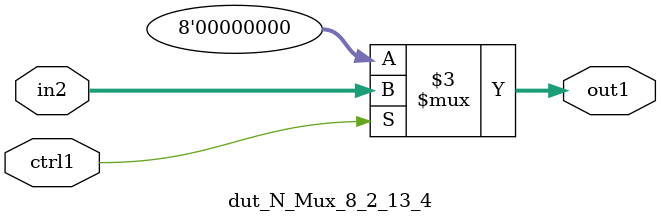
<source format=v>

`timescale 1ps / 1ps


module dut_N_Mux_8_2_13_4( in2, ctrl1, out1 );

    input [7:0] in2;
    input ctrl1;
    output [7:0] out1;
    reg [7:0] out1;

    
    // rtl_process:dut_N_Mux_8_2_13_4/dut_N_Mux_8_2_13_4_thread_1
    always @*
      begin : dut_N_Mux_8_2_13_4_thread_1
        case (ctrl1) 
          1'b1: 
            begin
              out1 = in2;
            end
          default: 
            begin
              out1 = 8'd000;
            end
        endcase
      end

endmodule



</source>
